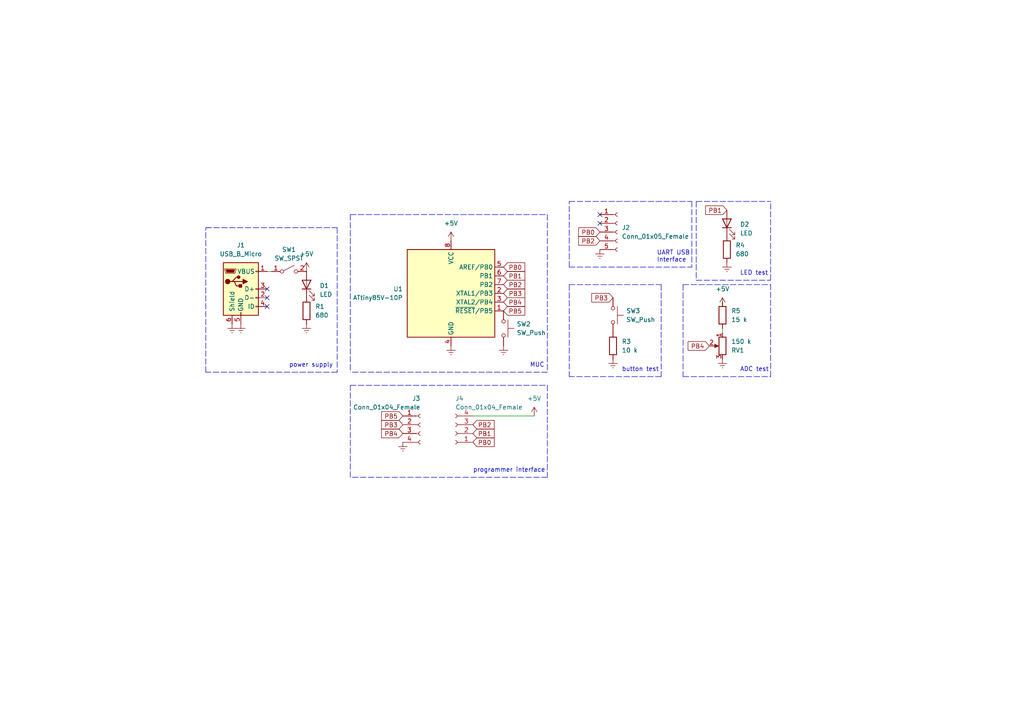
<source format=kicad_sch>
(kicad_sch (version 20211123) (generator eeschema)
  (paper "A4")
  (title_block (title "ATtiny 85 default debugging board") (date "2023-10-15") (rev "1.0") (comment 1 "copyright applies according to LICENSE_hardware.md in GitHub root folder"))
  (lib_symbols
    (symbol "Connector:Conn_01x04_Female" (pin_names (offset 1.016) hide)
      (property "Reference" "J" (at 0 5.08 0))
      (property "Value" "Conn_01x04_Female" (at 0 -7.62 0))
      (symbol "Conn_01x04_Female_1_1"
        (arc (start 0 -4.572) (mid -0.508 -5.08) (end 0 -5.588) (stroke (width 0.1524)))
        (arc (start 0 -2.032) (mid -0.508 -2.54) (end 0 -3.048) (stroke (width 0.1524)))
        (polyline (pts (xy -1.27 -5.08) (xy -0.508 -5.08)) (stroke (width 0.1524)))
        (polyline (pts (xy -1.27 -2.54) (xy -0.508 -2.54)) (stroke (width 0.1524)))
        (polyline (pts (xy -1.27 0) (xy -0.508 0)) (stroke (width 0.1524)))
        (polyline (pts (xy -1.27 2.54) (xy -0.508 2.54)) (stroke (width 0.1524)))
        (arc (start 0 0.508) (mid -0.508 0) (end 0 -0.508) (stroke (width 0.1524)))
        (arc (start 0 3.048) (mid -0.508 2.54) (end 0 2.032) (stroke (width 0.1524)))
        (pin passive line (at -5.08 2.54 0) (length 3.81) (name "Pin_1") (number "1"))
        (pin passive line (at -5.08 0 0) (length 3.81) (name "Pin_2") (number "2"))
        (pin passive line (at -5.08 -2.54 0) (length 3.81) (name "Pin_3") (number "3"))
        (pin passive line (at -5.08 -5.08 0) (length 3.81) (name "Pin_4") (number "4"))
      )
    )
    (symbol "Connector:Conn_01x05_Female" (pin_names (offset 1.016) hide)
      (property "Reference" "J" (at 0 7.62 0))
      (property "Value" "Conn_01x05_Female" (at 0 -7.62 0))
      (symbol "Conn_01x05_Female_1_1"
        (arc (start 0 -4.572) (mid -0.508 -5.08) (end 0 -5.588) (stroke (width 0.1524)))
        (arc (start 0 -2.032) (mid -0.508 -2.54) (end 0 -3.048) (stroke (width 0.1524)))
        (polyline (pts (xy -1.27 -5.08) (xy -0.508 -5.08)) (stroke (width 0.1524)))
        (polyline (pts (xy -1.27 -2.54) (xy -0.508 -2.54)) (stroke (width 0.1524)))
        (polyline (pts (xy -1.27 0) (xy -0.508 0)) (stroke (width 0.1524)))
        (polyline (pts (xy -1.27 2.54) (xy -0.508 2.54)) (stroke (width 0.1524)))
        (polyline (pts (xy -1.27 5.08) (xy -0.508 5.08)) (stroke (width 0.1524)))
        (arc (start 0 0.508) (mid -0.508 0) (end 0 -0.508) (stroke (width 0.1524)))
        (arc (start 0 3.048) (mid -0.508 2.54) (end 0 2.032) (stroke (width 0.1524)))
        (arc (start 0 5.588) (mid -0.508 5.08) (end 0 4.572) (stroke (width 0.1524)))
        (pin passive line (at -5.08 5.08 0) (length 3.81) (name "Pin_1") (number "1"))
        (pin passive line (at -5.08 2.54 0) (length 3.81) (name "Pin_2") (number "2"))
        (pin passive line (at -5.08 0 0) (length 3.81) (name "Pin_3") (number "3"))
        (pin passive line (at -5.08 -2.54 0) (length 3.81) (name "Pin_4") (number "4"))
        (pin passive line (at -5.08 -5.08 0) (length 3.81) (name "Pin_5") (number "5"))
      )
    )
    (symbol "Connector:USB_B_Micro" (pin_names (offset 1.016))
      (property "Reference" "J" (at -5.08 11.43 0))
      (property "Value" "USB_B_Micro" (at -5.08 8.89 0))
      (symbol "USB_B_Micro_0_1"
        (rectangle (start -5.08 -7.62) (end 5.08 7.62) (stroke (width 0.254)) (fill (type background)))
        (circle (center -3.81 2.159) (radius 0.635) (stroke (width 0.254)) (fill (type outline)))
        (circle (center -0.635 3.429) (radius 0.381) (stroke (width 0.254)) (fill (type outline)))
        (rectangle (start -0.127 -7.62) (end 0.127 -6.858))
        (polyline (pts (xy -1.905 2.159) (xy 0.635 2.159)) (stroke (width 0.254)))
        (polyline (pts (xy -3.175 2.159) (xy -2.54 2.159) (xy -1.27 3.429) (xy -0.635 3.429)) (stroke (width 0.254)))
        (polyline (pts (xy -2.54 2.159) (xy -1.905 2.159) (xy -1.27 0.889) (xy 0 0.889)) (stroke (width 0.254)))
        (polyline (pts (xy 0.635 2.794) (xy 0.635 1.524) (xy 1.905 2.159) (xy 0.635 2.794)) (stroke (width 0.254)) (fill (type outline)))
        (polyline (pts (xy -4.318 5.588) (xy -1.778 5.588) (xy -2.032 4.826) (xy -4.064 4.826) (xy -4.318 5.588)) (fill (type outline)))
        (polyline (pts (xy -4.699 5.842) (xy -4.699 5.588) (xy -4.445 4.826) (xy -4.445 4.572) (xy -1.651 4.572) (xy -1.651 4.826) (xy -1.397 5.588) (xy -1.397 5.842) (xy -4.699 5.842)))
        (rectangle (start 0.254 1.27) (end -0.508 0.508) (stroke (width 0.254)) (fill (type outline)))
        (rectangle (start 5.08 -5.207) (end 4.318 -4.953))
        (rectangle (start 5.08 -2.667) (end 4.318 -2.413))
        (rectangle (start 5.08 -0.127) (end 4.318 0.127))
        (rectangle (start 5.08 4.953) (end 4.318 5.207))
      )
      (symbol "USB_B_Micro_1_1"
        (pin power_out line (at 7.62 5.08 180) (length 2.54) (name "VBUS") (number "1"))
        (pin bidirectional line (at 7.62 -2.54 180) (length 2.54) (name "D-") (number "2"))
        (pin bidirectional line (at 7.62 0 180) (length 2.54) (name "D+") (number "3"))
        (pin passive line (at 7.62 -5.08 180) (length 2.54) (name "ID") (number "4"))
        (pin power_out line (at 0 -10.16 90) (length 2.54) (name "GND") (number "5"))
        (pin passive line (at -2.54 -10.16 90) (length 2.54) (name "Shield") (number "6"))
      )
    )
    (symbol "Device:LED" (pin_numbers hide) (pin_names (offset 1.016) hide)
      (property "Reference" "D" (at 0 2.54 0))
      (property "Value" "LED" (at 0 -2.54 0))
      (symbol "LED_0_1"
        (polyline (pts (xy -1.27 -1.27) (xy -1.27 1.27)) (stroke (width 0.254)))
        (polyline (pts (xy -1.27 0) (xy 1.27 0)))
        (polyline (pts (xy 1.27 -1.27) (xy 1.27 1.27) (xy -1.27 0) (xy 1.27 -1.27)) (stroke (width 0.254)))
        (polyline (pts (xy -3.048 -0.762) (xy -4.572 -2.286) (xy -3.81 -2.286) (xy -4.572 -2.286) (xy -4.572 -1.524)))
        (polyline (pts (xy -1.778 -0.762) (xy -3.302 -2.286) (xy -2.54 -2.286) (xy -3.302 -2.286) (xy -3.302 -1.524)))
      )
      (symbol "LED_1_1"
        (pin passive line (at -3.81 0 0) (length 2.54) (name "K") (number "1"))
        (pin passive line (at 3.81 0 180) (length 2.54) (name "A") (number "2"))
      )
    )
    (symbol "Device:R" (pin_numbers hide) (pin_names (offset 0))
      (property "Reference" "R" (at 2.032 0 90))
      (property "Value" "R" (at 0 0 90))
      (symbol "R_0_1"
        (rectangle (start -1.016 -2.54) (end 1.016 2.54) (stroke (width 0.254)))
      )
      (symbol "R_1_1"
        (pin passive line (at 0 3.81 270) (length 1.27) (name "~") (number "1"))
        (pin passive line (at 0 -3.81 90) (length 1.27) (name "~") (number "2"))
      )
    )
    (symbol "Device:R_Potentiometer" (pin_names (offset 1.016) hide)
      (property "Reference" "RV" (at -4.445 0 90))
      (property "Value" "R_Potentiometer" (at -2.54 0 90))
      (symbol "R_Potentiometer_0_1"
        (polyline (pts (xy 2.54 0) (xy 1.524 0)))
        (polyline (pts (xy 1.143 0) (xy 2.286 0.508) (xy 2.286 -0.508) (xy 1.143 0)) (fill (type outline)))
        (rectangle (start 1.016 2.54) (end -1.016 -2.54) (stroke (width 0.254)))
      )
      (symbol "R_Potentiometer_1_1"
        (pin passive line (at 0 3.81 270) (length 1.27) (name "1") (number "1"))
        (pin passive line (at 3.81 0 180) (length 1.27) (name "2") (number "2"))
        (pin passive line (at 0 -3.81 90) (length 1.27) (name "3") (number "3"))
      )
    )
    (symbol "MCU_Microchip_ATtiny:ATtiny85V-10P"
      (property "Reference" "U" (at -12.7 13.97 0))
      (property "Value" "ATtiny85V-10P" (at 2.54 -13.97 0))
      (symbol "ATtiny85V-10P_0_1"
        (rectangle (start -12.7 -12.7) (end 12.7 12.7) (stroke (width 0.254)) (fill (type background)))
      )
      (symbol "ATtiny85V-10P_1_1"
        (pin bidirectional line (at 15.24 -5.08 180) (length 2.54) (name "~{RESET}/PB5") (number "1"))
        (pin bidirectional line (at 15.24 0 180) (length 2.54) (name "XTAL1/PB3") (number "2"))
        (pin bidirectional line (at 15.24 -2.54 180) (length 2.54) (name "XTAL2/PB4") (number "3"))
        (pin power_in line (at 0 -15.24 90) (length 2.54) (name "GND") (number "4"))
        (pin bidirectional line (at 15.24 7.62 180) (length 2.54) (name "AREF/PB0") (number "5"))
        (pin bidirectional line (at 15.24 5.08 180) (length 2.54) (name "PB1") (number "6"))
        (pin bidirectional line (at 15.24 2.54 180) (length 2.54) (name "PB2") (number "7"))
        (pin power_in line (at 0 15.24 270) (length 2.54) (name "VCC") (number "8"))
      )
    )
    (symbol "Switch:SW_Push" (pin_numbers hide) (pin_names (offset 1.016) hide)
      (property "Reference" "SW" (at 1.27 2.54 0))
      (property "Value" "SW_Push" (at 0 -1.524 0))
      (symbol "SW_Push_0_1"
        (circle (center -2.032 0) (radius 0.508))
        (polyline (pts (xy 0 1.27) (xy 0 3.048)))
        (polyline (pts (xy 2.54 1.27) (xy -2.54 1.27)))
        (circle (center 2.032 0) (radius 0.508))
        (pin passive line (at -5.08 0 0) (length 2.54) (name "1") (number "1"))
        (pin passive line (at 5.08 0 180) (length 2.54) (name "2") (number "2"))
      )
    )
    (symbol "Switch:SW_SPST" (pin_names (offset 0) hide)
      (property "Reference" "SW" (at 0 3.175 0))
      (property "Value" "SW_SPST" (at 0 -2.54 0))
      (symbol "SW_SPST_0_0"
        (circle (center -2.032 0) (radius 0.508))
        (polyline (pts (xy -1.524 0.254) (xy 1.524 1.778)))
        (circle (center 2.032 0) (radius 0.508))
      )
      (symbol "SW_SPST_1_1"
        (pin passive line (at -5.08 0 0) (length 2.54) (name "A") (number "1"))
        (pin passive line (at 5.08 0 180) (length 2.54) (name "B") (number "2"))
      )
    )
    (symbol "power:+5V" (power) (pin_names (offset 0))
      (property "Value" "+5V" (at 0 3.556 0))
      (symbol "+5V_0_1"
        (polyline (pts (xy -0.762 1.27) (xy 0 2.54)))
        (polyline (pts (xy 0 0) (xy 0 2.54)))
        (polyline (pts (xy 0 2.54) (xy 0.762 1.27)))
      )
      (symbol "+5V_1_1"
        (pin power_in line (at 0 0 90) (length 0) hide (name "+5V") (number "1"))
      )
    )
    (symbol "power:Earth" (power) (pin_names (offset 0))
      (symbol "Earth_0_1"
        (polyline (pts (xy -0.635 -1.905) (xy 0.635 -1.905)))
        (polyline (pts (xy -0.127 -2.54) (xy 0.127 -2.54)))
        (polyline (pts (xy 0 -1.27) (xy 0 0)))
        (polyline (pts (xy 1.27 -1.27) (xy -1.27 -1.27)))
      )
      (symbol "Earth_1_1"
        (pin power_in line (at 0 0 270) (length 0) hide (name "Earth") (number "1"))
      )
    )
  )
  (no_connect (at 173.99 62.23))
  (no_connect (at 173.99 64.77))
  (no_connect (at 77.47 88.9))
  (no_connect (at 77.47 86.36))
  (no_connect (at 77.47 83.82))
  (polyline (pts (xy 59.69 66.04) (xy 97.79 66.04)))
  (polyline (pts (xy 97.79 107.95) (xy 59.69 107.95)))
  (polyline (pts (xy 158.75 107.95) (xy 101.6 107.95)))
  (polyline (pts (xy 97.79 66.04) (xy 97.79 107.95)))
  (polyline (pts (xy 198.12 82.55) (xy 198.12 109.22)))
  (polyline (pts (xy 158.75 138.43) (xy 101.6 138.43)))
  (polyline (pts (xy 191.77 109.22) (xy 165.1 109.22)))
  (polyline (pts (xy 101.6 111.76) (xy 158.75 111.76)))
  (polyline (pts (xy 59.69 66.04) (xy 60.96 66.04)))
  (polyline (pts (xy 165.1 77.47) (xy 200.66 77.47)))
  (polyline (pts (xy 198.12 82.55) (xy 223.52 82.55)))
  (polyline (pts (xy 101.6 138.43) (xy 101.6 111.76)))
  (polyline (pts (xy 191.77 82.55) (xy 191.77 109.22)))
  (polyline (pts (xy 165.1 82.55) (xy 165.1 109.22)))
  (wire (pts (xy 154.94 120.65) (xy 137.16 120.65)))
  (polyline (pts (xy 59.69 107.95) (xy 59.69 66.04)))
  (polyline (pts (xy 101.6 62.23) (xy 101.6 107.95)))
  (polyline (pts (xy 223.52 109.22) (xy 223.52 82.55)))
  (polyline (pts (xy 165.1 77.47) (xy 165.1 58.42)))
  (polyline (pts (xy 165.1 58.42) (xy 200.66 58.42)))
  (wire (pts (xy 209.55 87.63) (xy 209.55 88.9)))
  (polyline (pts (xy 101.6 62.23) (xy 158.75 62.23)))
  (polyline (pts (xy 158.75 62.23) (xy 158.75 107.95)))
  (polyline (pts (xy 223.52 81.28) (xy 223.52 58.42)))
  (polyline (pts (xy 101.6 111.76) (xy 101.6 111.76)))
  (polyline (pts (xy 198.12 109.22) (xy 223.52 109.22)))
  (polyline (pts (xy 165.1 82.55) (xy 191.77 82.55)))
  (polyline (pts (xy 158.75 111.76) (xy 158.75 138.43)))
  (wire (pts (xy 77.47 78.74) (xy 78.74 78.74)))
  (polyline (pts (xy 201.93 81.28) (xy 223.52 81.28)))
  (polyline (pts (xy 201.93 58.42) (xy 223.52 58.42)))
  (polyline (pts (xy 200.66 58.42) (xy 200.66 77.47)))
  (wire (pts (xy 209.55 95.25) (xy 209.55 96.52)))
  (polyline (pts (xy 201.93 58.42) (xy 201.93 81.28)))
  (text "button test" (at 180.34 107.95 0) (effects (font (size 1.27 1.27)) (justify left bottom)))
  (text "LED test" (at 214.63 80.01 0) (effects (font (size 1.27 1.27)) (justify left bottom)))
  (text "ADC test" (at 214.63 107.95 0) (effects (font (size 1.27 1.27)) (justify left bottom)))
  (text "power supply" (at 83.82 106.68 0) (effects (font (size 1.27 1.27)) (justify left bottom)))
  (text "UART USB \nInterface" (at 190.5 76.2 0) (effects (font (size 1.27 1.27)) (justify left bottom)))
  (text "MUC" (at 153.67 106.68 0) (effects (font (size 1.27 1.27)) (justify left bottom)))
  (text "programmer interface" (at 137.16 137.16 0) (effects (font (size 1.27 1.27)) (justify left bottom)))
  (global_label "PB5" (shape input) (at 116.84 120.65 180) (property "Referenzen zwischen Schaltplänen" "${INTERSHEET_REFS}" (effects hide)))
  (global_label "PB2" (shape input) (at 137.16 123.19 0) (property "Referenzen zwischen Schaltplänen" "${INTERSHEET_REFS}" (effects hide)))
  (global_label "PB1" (shape input) (at 210.82 60.96 180) (property "Referenzen zwischen Schaltplänen" "${INTERSHEET_REFS}" (effects hide)))
  (global_label "PB4" (shape input) (at 205.74 100.33 180) (property "Referenzen zwischen Schaltplänen" "${INTERSHEET_REFS}" (effects hide)))
  (global_label "PB3" (shape input) (at 177.8 86.36 180) (property "Referenzen zwischen Schaltplänen" "${INTERSHEET_REFS}" (effects hide)))
  (global_label "PB2" (shape input) (at 173.99 69.85 180) (property "Referenzen zwischen Schaltplänen" "${INTERSHEET_REFS}" (effects hide)))
  (global_label "PB2" (shape input) (at 146.05 82.55 0) (property "Referenzen zwischen Schaltplänen" "${INTERSHEET_REFS}" (effects hide)))
  (global_label "PB4" (shape input) (at 146.05 87.63 0) (property "Referenzen zwischen Schaltplänen" "${INTERSHEET_REFS}" (effects hide)))
  (global_label "PB0" (shape input) (at 146.05 77.47 0) (property "Referenzen zwischen Schaltplänen" "${INTERSHEET_REFS}" (effects hide)))
  (global_label "PB0" (shape input) (at 173.99 67.31 180) (property "Referenzen zwischen Schaltplänen" "${INTERSHEET_REFS}" (effects hide)))
  (global_label "PB1" (shape input) (at 146.05 80.01 0) (property "Referenzen zwischen Schaltplänen" "${INTERSHEET_REFS}" (effects hide)))
  (global_label "PB3" (shape input) (at 146.05 85.09 0) (property "Referenzen zwischen Schaltplänen" "${INTERSHEET_REFS}" (effects hide)))
  (global_label "PB5" (shape input) (at 146.05 90.17 0) (property "Referenzen zwischen Schaltplänen" "${INTERSHEET_REFS}" (effects hide)))
  (global_label "PB4" (shape input) (at 116.84 125.73 180) (property "Referenzen zwischen Schaltplänen" "${INTERSHEET_REFS}" (effects hide)))
  (global_label "PB3" (shape input) (at 116.84 123.19 180) (property "Referenzen zwischen Schaltplänen" "${INTERSHEET_REFS}" (effects hide)))
  (global_label "PB0" (shape input) (at 137.16 128.27 0) (property "Referenzen zwischen Schaltplänen" "${INTERSHEET_REFS}" (effects hide)))
  (global_label "PB1" (shape input) (at 137.16 125.73 0) (property "Referenzen zwischen Schaltplänen" "${INTERSHEET_REFS}" (effects hide)))
  (symbol (lib_id "power:Earth") (at 67.31 93.98 0) (unit 1)
    (property "Reference" "#PWR0107" (effects hide))
    (property "Value" "Earth" (effects hide))
  )
  (symbol (lib_id "power:Earth") (at 88.9 93.98 0) (unit 1)
    (property "Reference" "#PWR0111" (effects hide))
    (property "Value" "Earth" (effects hide))
  )
  (symbol (lib_id "Device:LED") (at 88.9 82.55 90) (unit 1)
    (property "Reference" "D1" (at 92.71 82.8674 90) (effects (justify right)))
    (property "Value" "LED" (at 92.71 85.4074 90) (effects (justify right)))
    (property "Footprint" "LED_THT:LED_D3.0mm" (effects hide))
  )
  (symbol (lib_id "power:+5V") (at 88.9 78.74 0) (unit 1)
    (property "Reference" "#PWR0112" (effects hide))
    (property "Value" "+5V" (at 88.9 73.66 0))
  )
  (symbol (lib_id "power:Earth") (at 173.99 72.39 0) (unit 1)
    (property "Reference" "#PWR0104" (effects hide))
    (property "Value" "Earth" (effects hide))
  )
  (symbol (lib_id "power:Earth") (at 209.55 104.14 0) (unit 1)
    (property "Reference" "#PWR0102" (effects hide))
    (property "Value" "Earth" (effects hide))
  )
  (symbol (lib_id "Device:R_Potentiometer") (at 209.55 100.33 0) (mirror y) (unit 1)
    (property "Reference" "RV1" (at 212.09 101.6 0) (effects (justify right)))
    (property "Value" "150 k" (at 212.09 99.06 0) (effects (justify right)))
    (property "Footprint" "Potentiometer_THT:Potentiometer_Bourns_3339P_Vertical_HandSoldering" (effects hide))
  )
  (symbol (lib_id "Switch:SW_Push") (at 146.05 95.25 270) (unit 1)
    (property "Reference" "SW2" (at 149.86 93.9799 90) (effects (justify left)))
    (property "Value" "SW_Push" (at 149.86 96.5199 90) (effects (justify left)))
    (property "Footprint" "Button_Switch_THT:SW_Tactile_Straight_KSA0Axx1LFTR" (effects hide))
  )
  (symbol (lib_id "MCU_Microchip_ATtiny:ATtiny85V-10P") (at 130.81 85.09 0) (unit 1)
    (property "Reference" "U1" (at 116.84 83.8199 0) (effects (justify right)))
    (property "Value" "ATtiny85V-10P" (at 116.84 86.3599 0) (effects (justify right)))
    (property "Footprint" "Package_DIP:DIP-8_W7.62mm" (effects hide))
    (property "Datasheet" "http://ww1.microchip.com/downloads/en/DeviceDoc/atmel-2586-avr-8-bit-microcontroller-attiny25-attiny45-attiny85_datasheet.pdf" (effects hide))
  )
  (symbol (lib_id "Connector:Conn_01x04_Female") (at 121.92 123.19 0) (unit 1)
    (property "Reference" "J3" (at 121.92 115.57 0) (effects (justify right)))
    (property "Value" "Conn_01x04_Female" (at 121.92 118.11 0) (effects (justify right)))
    (property "Footprint" "Connector_PinSocket_2.54mm:PinSocket_1x04_P2.54mm_Vertical" (effects hide))
  )
  (symbol (lib_id "Device:R") (at 210.82 72.39 180) (unit 1)
    (property "Reference" "R4" (at 213.36 71.1199 0) (effects (justify right)))
    (property "Value" "680" (at 213.36 73.6599 0) (effects (justify right)))
    (property "Footprint" "Resistor_THT:R_Axial_DIN0207_L6.3mm_D2.5mm_P7.62mm_Horizontal" (effects hide))
  )
  (symbol (lib_id "Device:R") (at 88.9 90.17 0) (unit 1)
    (property "Reference" "R1" (at 91.44 88.8999 0) (effects (justify left)))
    (property "Value" "680" (at 91.44 91.4399 0) (effects (justify left)))
    (property "Footprint" "Resistor_THT:R_Axial_DIN0207_L6.3mm_D2.5mm_P7.62mm_Horizontal" (effects hide))
  )
  (symbol (lib_id "power:Earth") (at 69.85 93.98 0) (unit 1)
    (property "Reference" "#PWR0106" (effects hide))
    (property "Value" "Earth" (effects hide))
  )
  (symbol (lib_id "power:Earth") (at 116.84 128.27 0) (unit 1)
    (property "Reference" "#PWR0113" (effects hide))
    (property "Value" "Earth" (effects hide))
  )
  (symbol (lib_id "power:+5V") (at 209.55 88.9 0) (unit 1)
    (property "Reference" "#PWR0105" (effects hide))
    (property "Value" "+5V" (at 209.55 83.82 0))
  )
  (symbol (lib_id "Device:R") (at 177.8 100.33 0) (unit 1)
    (property "Reference" "R3" (at 180.34 99.0599 0) (effects (justify left)))
    (property "Value" "10 k" (at 180.34 101.5999 0) (effects (justify left)))
    (property "Footprint" "Resistor_THT:R_Axial_DIN0207_L6.3mm_D2.5mm_P7.62mm_Horizontal" (effects hide))
  )
  (symbol (lib_id "Switch:SW_SPST") (at 83.82 78.74 0) (unit 1)
    (property "Reference" "SW1" (at 83.82 72.39 0))
    (property "Value" "SW_SPST" (at 83.82 74.93 0))
    (property "Footprint" "Button_Switch_THT:SW_Push_2P1T_Toggle_CK_PVA1xxH4xxxxxxV2" (effects hide))
  )
  (symbol (lib_id "power:Earth") (at 177.8 104.14 0) (unit 1)
    (property "Reference" "#PWR0103" (effects hide))
    (property "Value" "Earth" (effects hide))
  )
  (symbol (lib_id "Device:R") (at 209.55 91.44 180) (unit 1)
    (property "Reference" "R5" (at 212.09 90.1699 0) (effects (justify right)))
    (property "Value" "15 k" (at 212.09 92.7099 0) (effects (justify right)))
    (property "Footprint" "Resistor_THT:R_Axial_DIN0207_L6.3mm_D2.5mm_P7.62mm_Horizontal" (effects hide))
  )
  (symbol (lib_id "Device:LED") (at 210.82 64.77 90) (unit 1)
    (property "Reference" "D2" (at 214.63 65.0874 90) (effects (justify right)))
    (property "Value" "LED" (at 214.63 67.6274 90) (effects (justify right)))
    (property "Footprint" "LED_THT:LED_D3.0mm" (effects hide))
  )
  (symbol (lib_id "power:Earth") (at 210.82 76.2 0) (unit 1)
    (property "Reference" "#PWR0101" (effects hide))
    (property "Value" "Earth" (effects hide))
  )
  (symbol (lib_id "Connector:USB_B_Micro") (at 69.85 83.82 0) (unit 1)
    (property "Reference" "J1" (at 69.85 71.12 0))
    (property "Value" "USB_B_Micro" (at 69.85 73.66 0))
    (property "Footprint" "Connector_USB:USB_A_Stewart_SS-52100-001_Horizontal" (effects hide))
  )
  (symbol (lib_id "Connector:Conn_01x04_Female") (at 132.08 125.73 180) (unit 1)
    (property "Reference" "J4" (at 132.08 115.57 0) (effects (justify right)))
    (property "Value" "Conn_01x04_Female" (at 132.08 118.11 0) (effects (justify right)))
    (property "Footprint" "Connector_PinSocket_2.54mm:PinSocket_1x04_P2.54mm_Vertical" (effects hide))
  )
  (symbol (lib_id "power:Earth") (at 130.81 100.33 0) (unit 1)
    (property "Reference" "#PWR0108" (effects hide))
    (property "Value" "Earth" (effects hide))
  )
  (symbol (lib_id "power:+5V") (at 130.81 69.85 0) (unit 1)
    (property "Reference" "#PWR0109" (effects hide))
    (property "Value" "+5V" (at 130.81 64.77 0))
  )
  (symbol (lib_id "power:+5V") (at 154.94 120.65 0) (unit 1)
    (property "Reference" "#PWR0114" (effects hide))
    (property "Value" "+5V" (at 154.94 115.57 0))
  )
  (symbol (lib_id "power:Earth") (at 146.05 100.33 0) (unit 1)
    (property "Reference" "#PWR0110" (effects hide))
    (property "Value" "Earth" (effects hide))
  )
  (symbol (lib_id "Connector:Conn_01x05_Female") (at 179.07 67.31 0) (unit 1)
    (property "Reference" "J2" (at 180.34 66.0399 0) (effects (justify left)))
    (property "Value" "Conn_01x05_Female" (at 180.34 68.5799 0) (effects (justify left)))
    (property "Footprint" "Connector_PinSocket_2.54mm:PinSocket_1x05_P2.54mm_Vertical" (effects hide))
  )
  (symbol (lib_id "Switch:SW_Push") (at 177.8 91.44 270) (unit 1)
    (property "Reference" "SW3" (at 181.61 90.1699 90) (effects (justify left)))
    (property "Value" "SW_Push" (at 181.61 92.7099 90) (effects (justify left)))
    (property "Footprint" "Button_Switch_THT:SW_Tactile_Straight_KSA0Axx1LFTR" (effects hide))
  )
)
</source>
